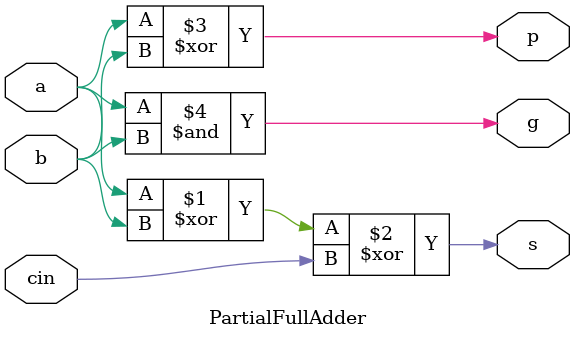
<source format=v>
module PartialFullAdder (
    input a, b,
    input cin,
    output s,
    output p, g
);
    assign s = a ^ b ^ cin; // sum

    assign p = a ^ b; // carry propogate
    assign g = a & b; // carry generate
endmodule

</source>
